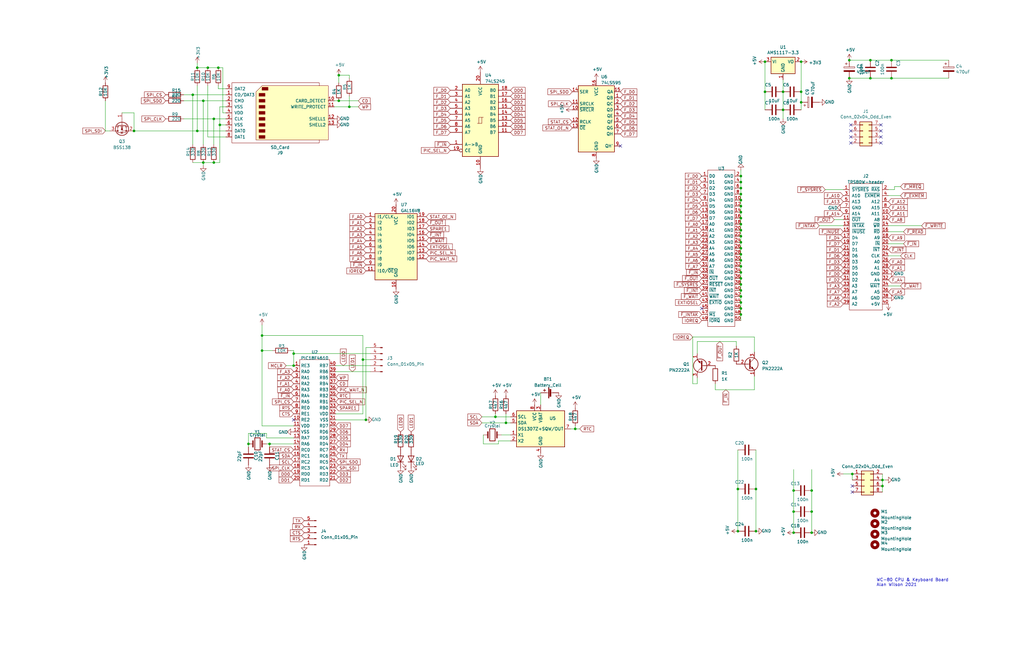
<source format=kicad_sch>
(kicad_sch (version 20230121) (generator eeschema)
  (paper "B")
  (junction (at 90.17 68.58))
  (junction (at 312.42 114.935))
  (junction (at 312.42 107.315))
  (junction (at 104.775 187.325))
  (junction (at 92.71 52.705))
  (junction (at 372.11 202.565))
  (junction (at 330.2 38.735))
  (junction (at 312.42 122.555))
  (junction (at 56.515 55.245))
  (junction (at 318.77 224.155))
  (junction (at 312.42 79.375))
  (junction (at 312.42 117.475))
  (junction (at 154.305 177.165))
  (junction (at 312.42 104.775))
  (junction (at 312.42 92.075))
  (junction (at 110.49 141.605))
  (junction (at 83.185 28.575))
  (junction (at 337.82 43.18))
  (junction (at 147.32 45.085))
  (junction (at 83.185 55.245))
  (junction (at 337.82 26.035))
  (junction (at 359.41 200.025))
  (junction (at 213.36 178.435))
  (junction (at 123.825 149.225))
  (junction (at 312.42 109.855))
  (junction (at 334.645 224.79))
  (junction (at 358.14 33.02))
  (junction (at 375.92 25.4))
  (junction (at 312.42 112.395))
  (junction (at 342.265 215.9))
  (junction (at 312.42 125.095))
  (junction (at 312.42 86.995))
  (junction (at 367.03 33.02))
  (junction (at 322.58 38.735))
  (junction (at 90.17 50.165))
  (junction (at 312.42 120.015))
  (junction (at 318.77 206.375))
  (junction (at 81.28 40.005))
  (junction (at 311.15 224.155))
  (junction (at 312.42 130.175))
  (junction (at 312.42 74.295))
  (junction (at 312.42 102.235))
  (junction (at 85.725 42.545))
  (junction (at 342.265 224.79))
  (junction (at 334.645 207.01))
  (junction (at 342.265 207.01))
  (junction (at 312.42 89.535))
  (junction (at 337.82 38.735))
  (junction (at 123.825 154.305))
  (junction (at 312.42 132.715))
  (junction (at 312.42 99.695))
  (junction (at 312.42 97.155))
  (junction (at 312.42 84.455))
  (junction (at 242.57 180.975))
  (junction (at 208.915 175.895))
  (junction (at 375.92 33.02))
  (junction (at 110.49 147.955))
  (junction (at 372.11 205.105))
  (junction (at 311.15 206.375))
  (junction (at 334.645 215.9))
  (junction (at 312.42 76.835))
  (junction (at 153.035 151.765))
  (junction (at 142.875 42.545))
  (junction (at 358.14 25.4))
  (junction (at 113.665 187.325))
  (junction (at 367.03 25.4))
  (junction (at 312.42 81.915))
  (junction (at 322.58 26.035))
  (junction (at 87.63 28.575))
  (junction (at 330.2 46.355))
  (junction (at 85.725 68.58))
  (junction (at 312.42 127.635))
  (junction (at 142.875 31.75))
  (junction (at 312.42 94.615))
  (junction (at 92.075 28.575))
  (no_connect (at 371.475 57.785))
  (no_connect (at 358.775 60.325))
  (no_connect (at 371.475 60.325))
  (no_connect (at 123.825 177.165))
  (no_connect (at 261.62 61.595))
  (no_connect (at 295.91 130.175))
  (no_connect (at 359.41 205.105))
  (no_connect (at 358.775 57.785))
  (no_connect (at 358.775 55.245))
  (no_connect (at 371.475 52.705))
  (no_connect (at 371.475 55.245))
  (no_connect (at 359.41 207.645))
  (no_connect (at 358.775 52.705))
  (wire (pts (xy 334.645 207.01) (xy 334.645 215.9)))
  (wire (pts (xy 211.455 183.515) (xy 215.265 183.515)))
  (wire (pts (xy 312.42 102.235) (xy 312.42 104.775)))
  (wire (pts (xy 92.075 28.575) (xy 93.98 28.575)))
  (wire (pts (xy 51.435 47.625) (xy 56.515 47.625)))
  (wire (pts (xy 141.605 174.625) (xy 153.035 174.625)))
  (wire (pts (xy 77.47 50.165) (xy 90.17 50.165)))
  (wire (pts (xy 147.32 45.085) (xy 151.13 45.085)))
  (wire (pts (xy 342.265 215.9) (xy 342.265 207.01)))
  (wire (pts (xy 312.42 81.915) (xy 312.42 84.455)))
  (wire (pts (xy 85.725 68.58) (xy 90.17 68.58)))
  (wire (pts (xy 355.6 200.025) (xy 359.41 200.025)))
  (wire (pts (xy 123.825 149.225) (xy 156.21 149.225)))
  (wire (pts (xy 44.45 55.245) (xy 46.355 55.245)))
  (wire (pts (xy 310.515 144.145) (xy 310.515 146.05)))
  (wire (pts (xy 123.825 154.305) (xy 123.825 149.225)))
  (wire (pts (xy 93.98 47.625) (xy 95.25 47.625)))
  (wire (pts (xy 312.42 71.755) (xy 312.42 74.295)))
  (wire (pts (xy 312.42 132.715) (xy 312.42 135.255)))
  (wire (pts (xy 240.665 180.975) (xy 242.57 180.975)))
  (wire (pts (xy 110.49 141.605) (xy 110.49 137.16)))
  (wire (pts (xy 312.42 92.075) (xy 312.42 94.615)))
  (wire (pts (xy 367.03 25.4) (xy 375.92 25.4)))
  (wire (pts (xy 334.645 207.01) (xy 334.645 198.12)))
  (wire (pts (xy 312.42 109.855) (xy 312.42 112.395)))
  (wire (pts (xy 342.265 224.79) (xy 342.265 215.9)))
  (wire (pts (xy 312.42 114.935) (xy 312.42 117.475)))
  (wire (pts (xy 153.035 174.625) (xy 153.035 151.765)))
  (wire (pts (xy 85.725 42.545) (xy 85.725 60.96)))
  (wire (pts (xy 208.915 175.895) (xy 215.265 175.895)))
  (wire (pts (xy 227.965 165.735) (xy 227.965 170.815)))
  (wire (pts (xy 112.395 187.325) (xy 113.665 187.325)))
  (wire (pts (xy 377.19 78.74) (xy 377.19 80.01)))
  (wire (pts (xy 120.65 154.305) (xy 123.825 154.305)))
  (wire (pts (xy 375.92 25.4) (xy 400.05 25.4)))
  (wire (pts (xy 210.185 187.325) (xy 203.835 187.325)))
  (wire (pts (xy 312.42 89.535) (xy 312.42 92.075)))
  (wire (pts (xy 85.725 42.545) (xy 95.25 42.545)))
  (wire (pts (xy 208.915 174.625) (xy 208.915 175.895)))
  (wire (pts (xy 312.42 112.395) (xy 312.42 114.935)))
  (wire (pts (xy 83.185 36.195) (xy 83.185 55.245)))
  (wire (pts (xy 294.005 161.925) (xy 292.1 161.925)))
  (wire (pts (xy 312.42 117.475) (xy 312.42 120.015)))
  (wire (pts (xy 77.47 42.545) (xy 85.725 42.545)))
  (wire (pts (xy 311.15 189.865) (xy 311.15 206.375)))
  (wire (pts (xy 141.605 154.305) (xy 156.21 154.305)))
  (wire (pts (xy 92.71 52.705) (xy 92.71 68.58)))
  (wire (pts (xy 77.47 40.005) (xy 81.28 40.005)))
  (wire (pts (xy 312.42 76.835) (xy 312.42 79.375)))
  (wire (pts (xy 330.2 50.165) (xy 330.2 46.355)))
  (wire (pts (xy 312.42 84.455) (xy 312.42 86.995)))
  (wire (pts (xy 44.45 42.545) (xy 44.45 55.245)))
  (wire (pts (xy 311.15 206.375) (xy 311.15 224.155)))
  (wire (pts (xy 242.57 179.705) (xy 242.57 180.975)))
  (wire (pts (xy 87.63 36.195) (xy 87.63 57.785)))
  (wire (pts (xy 294.005 159.385) (xy 294.005 161.925)))
  (wire (pts (xy 318.77 206.375) (xy 318.77 224.155)))
  (wire (pts (xy 294.005 144.145) (xy 310.515 144.145)))
  (wire (pts (xy 312.42 86.995) (xy 312.42 89.535)))
  (wire (pts (xy 141.605 177.165) (xy 154.305 177.165)))
  (wire (pts (xy 215.265 186.055) (xy 210.185 186.055)))
  (wire (pts (xy 337.82 43.18) (xy 337.82 38.735)))
  (wire (pts (xy 388.62 95.25) (xy 374.65 95.25)))
  (wire (pts (xy 312.42 120.015) (xy 312.42 122.555)))
  (wire (pts (xy 203.2 175.895) (xy 208.915 175.895)))
  (wire (pts (xy 213.36 174.625) (xy 213.36 178.435)))
  (wire (pts (xy 104.775 182.88) (xy 104.775 187.325)))
  (wire (pts (xy 123.825 149.225) (xy 123.825 147.955)))
  (wire (pts (xy 142.875 31.75) (xy 142.875 34.925)))
  (wire (pts (xy 322.58 46.355) (xy 322.58 38.735)))
  (wire (pts (xy 56.515 55.245) (xy 83.185 55.245)))
  (wire (pts (xy 95.25 45.085) (xy 92.71 45.085)))
  (wire (pts (xy 322.58 26.035) (xy 322.58 38.735)))
  (wire (pts (xy 147.32 31.75) (xy 147.32 33.02)))
  (wire (pts (xy 372.11 200.025) (xy 372.11 202.565)))
  (wire (pts (xy 92.71 68.58) (xy 90.17 68.58)))
  (wire (pts (xy 312.42 94.615) (xy 312.42 97.155)))
  (wire (pts (xy 90.17 50.165) (xy 90.17 60.96)))
  (wire (pts (xy 141.605 156.845) (xy 156.21 156.845)))
  (wire (pts (xy 377.19 80.01) (xy 374.65 80.01)))
  (wire (pts (xy 292.1 142.24) (xy 318.135 142.24)))
  (wire (pts (xy 337.82 46.355) (xy 337.82 43.18)))
  (wire (pts (xy 312.42 74.295) (xy 312.42 76.835)))
  (wire (pts (xy 123.825 179.705) (xy 110.49 179.705)))
  (wire (pts (xy 312.42 97.155) (xy 312.42 99.695)))
  (wire (pts (xy 367.03 33.02) (xy 375.92 33.02)))
  (wire (pts (xy 154.305 146.685) (xy 156.21 146.685)))
  (wire (pts (xy 95.25 57.785) (xy 87.63 57.785)))
  (wire (pts (xy 292.1 161.925) (xy 292.1 142.24)))
  (wire (pts (xy 312.42 79.375) (xy 312.42 81.915)))
  (wire (pts (xy 92.075 37.465) (xy 92.075 36.195)))
  (wire (pts (xy 318.135 142.24) (xy 318.135 148.59)))
  (wire (pts (xy 203.835 187.325) (xy 203.835 183.515)))
  (wire (pts (xy 318.77 189.865) (xy 318.77 206.375)))
  (wire (pts (xy 347.98 80.01) (xy 355.6 80.01)))
  (wire (pts (xy 153.035 151.765) (xy 153.035 141.605)))
  (wire (pts (xy 95.25 37.465) (xy 92.075 37.465)))
  (wire (pts (xy 312.42 125.095) (xy 312.42 127.635)))
  (wire (pts (xy 142.875 42.545) (xy 151.13 42.545)))
  (wire (pts (xy 342.265 207.01) (xy 342.265 198.12)))
  (wire (pts (xy 213.36 178.435) (xy 215.265 178.435)))
  (wire (pts (xy 318.135 158.75) (xy 318.135 164.465)))
  (wire (pts (xy 334.645 215.9) (xy 334.645 224.79)))
  (wire (pts (xy 113.665 187.325) (xy 113.665 188.595)))
  (wire (pts (xy 312.42 99.695) (xy 312.42 102.235)))
  (wire (pts (xy 123.825 147.955) (xy 122.555 147.955)))
  (wire (pts (xy 301.625 164.465) (xy 301.625 161.925)))
  (wire (pts (xy 154.305 177.165) (xy 154.305 146.685)))
  (wire (pts (xy 379.73 107.95) (xy 374.65 107.95)))
  (wire (pts (xy 318.135 164.465) (xy 301.625 164.465)))
  (wire (pts (xy 83.185 28.575) (xy 87.63 28.575)))
  (wire (pts (xy 358.14 33.02) (xy 367.03 33.02)))
  (wire (pts (xy 83.185 55.245) (xy 95.25 55.245)))
  (wire (pts (xy 140.97 42.545) (xy 142.875 42.545)))
  (wire (pts (xy 337.82 38.735) (xy 337.82 26.035)))
  (wire (pts (xy 153.035 141.605) (xy 110.49 141.605)))
  (wire (pts (xy 153.035 151.765) (xy 156.21 151.765)))
  (wire (pts (xy 113.665 187.325) (xy 123.825 187.325)))
  (wire (pts (xy 140.97 45.085) (xy 147.32 45.085)))
  (wire (pts (xy 85.725 68.58) (xy 85.725 69.85)))
  (wire (pts (xy 312.42 130.175) (xy 312.42 132.715)))
  (wire (pts (xy 374.65 97.79) (xy 381 97.79)))
  (wire (pts (xy 379.73 78.74) (xy 377.19 78.74)))
  (wire (pts (xy 379.73 120.65) (xy 374.65 120.65)))
  (wire (pts (xy 242.57 180.975) (xy 244.475 180.975)))
  (wire (pts (xy 87.63 28.575) (xy 92.075 28.575)))
  (wire (pts (xy 56.515 47.625) (xy 56.515 55.245)))
  (wire (pts (xy 147.32 40.64) (xy 147.32 45.085)))
  (wire (pts (xy 375.92 33.02) (xy 400.05 33.02)))
  (wire (pts (xy 92.71 52.705) (xy 95.25 52.705)))
  (wire (pts (xy 351.79 92.71) (xy 355.6 92.71)))
  (wire (pts (xy 379.73 82.55) (xy 374.65 82.55)))
  (wire (pts (xy 373.38 202.565) (xy 372.11 202.565)))
  (wire (pts (xy 123.825 184.785) (xy 112.395 184.785)))
  (wire (pts (xy 359.41 202.565) (xy 359.41 200.025)))
  (wire (pts (xy 374.65 102.87) (xy 381 102.87)))
  (wire (pts (xy 330.2 33.655) (xy 330.2 38.735)))
  (wire (pts (xy 114.935 147.955) (xy 110.49 147.955)))
  (wire (pts (xy 110.49 179.705) (xy 110.49 147.955)))
  (wire (pts (xy 210.185 186.055) (xy 210.185 187.325)))
  (wire (pts (xy 312.42 127.635) (xy 312.42 130.175)))
  (wire (pts (xy 81.28 40.005) (xy 95.25 40.005)))
  (wire (pts (xy 312.42 107.315) (xy 312.42 109.855)))
  (wire (pts (xy 110.49 147.955) (xy 110.49 141.605)))
  (wire (pts (xy 81.28 40.005) (xy 81.28 60.96)))
  (wire (pts (xy 112.395 182.88) (xy 104.775 182.88)))
  (wire (pts (xy 312.42 122.555) (xy 312.42 125.095)))
  (wire (pts (xy 104.775 187.325) (xy 104.775 188.595)))
  (wire (pts (xy 142.875 31.75) (xy 147.32 31.75)))
  (wire (pts (xy 93.98 28.575) (xy 93.98 47.625)))
  (wire (pts (xy 92.71 45.085) (xy 92.71 52.705)))
  (wire (pts (xy 112.395 184.785) (xy 112.395 182.88)))
  (wire (pts (xy 81.28 68.58) (xy 85.725 68.58)))
  (wire (pts (xy 294.005 149.225) (xy 294.005 144.145)))
  (wire (pts (xy 358.14 25.4) (xy 367.03 25.4)))
  (wire (pts (xy 83.185 26.67) (xy 83.185 28.575)))
  (wire (pts (xy 90.17 50.165) (xy 95.25 50.165)))
  (wire (pts (xy 312.42 104.775) (xy 312.42 107.315)))
  (wire (pts (xy 345.44 95.25) (xy 355.6 95.25)))
  (wire (pts (xy 372.11 202.565) (xy 372.11 205.105)))
  (wire (pts (xy 372.11 205.105) (xy 372.11 207.645)))
  (wire (pts (xy 330.2 38.735) (xy 330.2 46.355)))
  (wire (pts (xy 203.2 178.435) (xy 213.36 178.435)))
  (text "WC-80 CPU & Keyboard Board\nAlan Wilson 2021" (at 369.57 247.65 0) (effects (font (size 1.27 1.27)) (justify left bottom)))
  (global_label "F_A12" (shape input) (at 374.65 85.09 0) (property "Intersheetrefs" "${INTERSHEET_REFS}" (effects hide)))
  (global_label "~{F_IN}" (shape input) (at 154.305 111.76 180) (property "Intersheetrefs" "${INTERSHEET_REFS}" (effects hide)))
  (global_label "CTS" (shape input) (at 123.825 174.625 180) (property "Intersheetrefs" "${INTERSHEET_REFS}" (effects hide)))
  (global_label "F_D5" (shape input) (at 295.91 86.995 180) (property "Intersheetrefs" "${INTERSHEET_REFS}" (effects hide)))
  (global_label "~{F_INT}" (shape input) (at 374.65 105.41 0) (property "Intersheetrefs" "${INTERSHEET_REFS}" (effects hide)))
  (global_label "DD2" (shape input) (at 141.605 202.565 0) (property "Intersheetrefs" "${INTERSHEET_REFS}" (effects hide)))
  (global_label "~{F_SYSRES}" (shape input) (at 347.98 80.01 180) (property "Intersheetrefs" "${INTERSHEET_REFS}" (effects hide)))
  (global_label "F_D4" (shape input) (at 295.91 84.455 180) (property "Intersheetrefs" "${INTERSHEET_REFS}" (effects hide)))
  (global_label "~{F_READ}" (shape input) (at 381 97.79 0) (property "Intersheetrefs" "${INTERSHEET_REFS}" (effects hide)))
  (global_label "~{F_OUT}" (shape input) (at 295.91 117.475 180) (property "Intersheetrefs" "${INTERSHEET_REFS}" (effects hide)))
  (global_label "SCL" (shape input) (at 123.825 194.945 180) (property "Intersheetrefs" "${INTERSHEET_REFS}" (effects hide)))
  (global_label "F_D5" (shape input) (at 261.62 51.435 0) (property "Intersheetrefs" "${INTERSHEET_REFS}" (effects hide)))
  (global_label "DD3" (shape input) (at 141.605 200.025 0) (property "Intersheetrefs" "${INTERSHEET_REFS}" (effects hide)))
  (global_label "MCLR" (shape input) (at 120.65 154.305 180) (property "Intersheetrefs" "${INTERSHEET_REFS}" (effects hide)))
  (global_label "~{F_IN}" (shape input) (at 189.865 60.96 180) (property "Intersheetrefs" "${INTERSHEET_REFS}" (effects hide)))
  (global_label "PIC_SEL_N" (shape input) (at 189.865 63.5 180) (property "Intersheetrefs" "${INTERSHEET_REFS}" (effects hide)))
  (global_label "SPI_SDI" (shape input) (at 141.605 197.485 0) (property "Intersheetrefs" "${INTERSHEET_REFS}" (effects hide)))
  (global_label "F_A6" (shape input) (at 154.305 106.68 180) (property "Intersheetrefs" "${INTERSHEET_REFS}" (effects hide)))
  (global_label "F_A7" (shape input) (at 355.6 123.19 180) (property "Intersheetrefs" "${INTERSHEET_REFS}" (effects hide)))
  (global_label "F_A8" (shape input) (at 374.65 92.71 0) (property "Intersheetrefs" "${INTERSHEET_REFS}" (effects hide)))
  (global_label "F_A3" (shape input) (at 355.6 120.65 180) (property "Intersheetrefs" "${INTERSHEET_REFS}" (effects hide)))
  (global_label "DD0" (shape input) (at 215.265 38.1 0) (property "Intersheetrefs" "${INTERSHEET_REFS}" (effects hide)))
  (global_label "F_A9" (shape input) (at 374.65 100.33 0) (property "Intersheetrefs" "${INTERSHEET_REFS}" (effects hide)))
  (global_label "F_D6" (shape input) (at 355.6 107.95 180) (property "Intersheetrefs" "${INTERSHEET_REFS}" (effects hide)))
  (global_label "F_A1" (shape input) (at 374.65 113.03 0) (property "Intersheetrefs" "${INTERSHEET_REFS}" (effects hide)))
  (global_label "PIC_WAIT_N" (shape input) (at 141.605 164.465 0) (property "Intersheetrefs" "${INTERSHEET_REFS}" (effects hide)))
  (global_label "F_A6" (shape input) (at 355.6 125.73 180) (property "Intersheetrefs" "${INTERSHEET_REFS}" (effects hide)))
  (global_label "F_D3" (shape input) (at 295.91 81.915 180) (property "Intersheetrefs" "${INTERSHEET_REFS}" (effects hide)))
  (global_label "~{F_WAIT}" (shape input) (at 295.91 125.095 180) (property "Intersheetrefs" "${INTERSHEET_REFS}" (effects hide)))
  (global_label "F_D1" (shape input) (at 295.91 76.835 180) (property "Intersheetrefs" "${INTERSHEET_REFS}" (effects hide)))
  (global_label "~{F_OUT}" (shape input) (at 351.79 92.71 180) (property "Intersheetrefs" "${INTERSHEET_REFS}" (effects hide)))
  (global_label "F_D7" (shape input) (at 189.865 55.88 180) (property "Intersheetrefs" "${INTERSHEET_REFS}" (effects hide)))
  (global_label "F_A15" (shape input) (at 374.65 87.63 0) (property "Intersheetrefs" "${INTERSHEET_REFS}" (effects hide)))
  (global_label "CD" (shape input) (at 141.605 161.925 0) (property "Intersheetrefs" "${INTERSHEET_REFS}" (effects hide)))
  (global_label "RTC" (shape input) (at 244.475 180.975 0) (property "Intersheetrefs" "${INTERSHEET_REFS}" (effects hide)))
  (global_label "STAT_CS" (shape input) (at 241.3 51.435 180) (property "Intersheetrefs" "${INTERSHEET_REFS}" (effects hide)))
  (global_label "F_A7" (shape input) (at 154.305 109.22 180) (property "Intersheetrefs" "${INTERSHEET_REFS}" (effects hide)))
  (global_label "F_D3" (shape input) (at 189.865 45.72 180) (property "Intersheetrefs" "${INTERSHEET_REFS}" (effects hide)))
  (global_label "F_A0" (shape input) (at 374.65 110.49 0) (property "Intersheetrefs" "${INTERSHEET_REFS}" (effects hide)))
  (global_label "DD3" (shape input) (at 215.265 45.72 0) (property "Intersheetrefs" "${INTERSHEET_REFS}" (effects hide)))
  (global_label "DD6" (shape input) (at 141.605 182.245 0) (property "Intersheetrefs" "${INTERSHEET_REFS}" (effects hide)))
  (global_label "SPI_SDO" (shape input) (at 241.3 38.735 180) (property "Intersheetrefs" "${INTERSHEET_REFS}" (effects hide)))
  (global_label "STAT_OE_N" (shape input) (at 179.705 91.44 0) (property "Intersheetrefs" "${INTERSHEET_REFS}" (effects hide)))
  (global_label "F_A5" (shape input) (at 154.305 104.14 180) (property "Intersheetrefs" "${INTERSHEET_REFS}" (effects hide)))
  (global_label "F_A4" (shape input) (at 295.91 104.775 180) (property "Intersheetrefs" "${INTERSHEET_REFS}" (effects hide)))
  (global_label "SDA" (shape input) (at 203.2 178.435 180) (property "Intersheetrefs" "${INTERSHEET_REFS}" (effects hide)))
  (global_label "PIC_WAIT_N" (shape input) (at 179.705 109.22 0) (property "Intersheetrefs" "${INTERSHEET_REFS}" (effects hide)))
  (global_label "F_A3" (shape input) (at 154.305 99.06 180) (property "Intersheetrefs" "${INTERSHEET_REFS}" (effects hide)))
  (global_label "DD0" (shape input) (at 123.825 200.025 180) (property "Intersheetrefs" "${INTERSHEET_REFS}" (effects hide)))
  (global_label "SPI_SDO" (shape input) (at 141.605 194.945 0) (property "Intersheetrefs" "${INTERSHEET_REFS}" (effects hide)))
  (global_label "DD4" (shape input) (at 141.605 187.325 0) (property "Intersheetrefs" "${INTERSHEET_REFS}" (effects hide)))
  (global_label "EXTIOSEL" (shape input) (at 295.91 127.635 180) (property "Intersheetrefs" "${INTERSHEET_REFS}" (effects hide)))
  (global_label "F_D0" (shape input) (at 261.62 38.735 0) (property "Intersheetrefs" "${INTERSHEET_REFS}" (effects hide)))
  (global_label "DD6" (shape input) (at 215.265 53.34 0) (property "Intersheetrefs" "${INTERSHEET_REFS}" (effects hide)))
  (global_label "F_D6" (shape input) (at 189.865 53.34 180) (property "Intersheetrefs" "${INTERSHEET_REFS}" (effects hide)))
  (global_label "F_D4" (shape input) (at 189.865 48.26 180) (property "Intersheetrefs" "${INTERSHEET_REFS}" (effects hide)))
  (global_label "DD1" (shape input) (at 123.825 202.565 180) (property "Intersheetrefs" "${INTERSHEET_REFS}" (effects hide)))
  (global_label "F_A3" (shape input) (at 295.91 102.235 180) (property "Intersheetrefs" "${INTERSHEET_REFS}" (effects hide)))
  (global_label "F_D5" (shape input) (at 189.865 50.8 180) (property "Intersheetrefs" "${INTERSHEET_REFS}" (effects hide)))
  (global_label "~{F_INTAK}" (shape input) (at 295.91 132.715 180) (property "Intersheetrefs" "${INTERSHEET_REFS}" (effects hide)))
  (global_label "LED1" (shape input) (at 148.59 156.845 90) (property "Intersheetrefs" "${INTERSHEET_REFS}" (effects hide)))
  (global_label "F_D3" (shape input) (at 261.62 46.355 0) (property "Intersheetrefs" "${INTERSHEET_REFS}" (effects hide)))
  (global_label "F_D2" (shape input) (at 261.62 43.815 0) (property "Intersheetrefs" "${INTERSHEET_REFS}" (effects hide)))
  (global_label "STAT_OE_N" (shape input) (at 241.3 53.975 180) (property "Intersheetrefs" "${INTERSHEET_REFS}" (effects hide)))
  (global_label "F_A1" (shape input) (at 154.305 93.98 180) (property "Intersheetrefs" "${INTERSHEET_REFS}" (effects hide)))
  (global_label "F_D1" (shape input) (at 355.6 105.41 180) (property "Intersheetrefs" "${INTERSHEET_REFS}" (effects hide)))
  (global_label "SPI_CLK" (shape input) (at 123.825 197.485 180) (property "Intersheetrefs" "${INTERSHEET_REFS}" (effects hide)))
  (global_label "~{F_IN}" (shape input) (at 381 102.87 0) (property "Intersheetrefs" "${INTERSHEET_REFS}" (effects hide)))
  (global_label "SPI_CS" (shape input) (at 123.825 169.545 180) (property "Intersheetrefs" "${INTERSHEET_REFS}" (effects hide)))
  (global_label "CLK" (shape input) (at 379.73 107.95 0) (property "Intersheetrefs" "${INTERSHEET_REFS}" (effects hide)))
  (global_label "F_A13" (shape input) (at 355.6 85.09 180) (property "Intersheetrefs" "${INTERSHEET_REFS}" (effects hide)))
  (global_label "F_A5" (shape input) (at 374.65 123.19 0) (property "Intersheetrefs" "${INTERSHEET_REFS}" (effects hide)))
  (global_label "DD7" (shape input) (at 215.265 55.88 0) (property "Intersheetrefs" "${INTERSHEET_REFS}" (effects hide)))
  (global_label "DD1" (shape input) (at 215.265 40.64 0) (property "Intersheetrefs" "${INTERSHEET_REFS}" (effects hide)))
  (global_label "CD" (shape input) (at 151.13 42.545 0) (property "Intersheetrefs" "${INTERSHEET_REFS}" (effects hide)))
  (global_label "F_D5" (shape input) (at 355.6 113.03 180) (property "Intersheetrefs" "${INTERSHEET_REFS}" (effects hide)))
  (global_label "RTS" (shape input) (at 123.825 172.085 180) (property "Intersheetrefs" "${INTERSHEET_REFS}" (effects hide)))
  (global_label "DD5" (shape input) (at 141.605 184.785 0) (property "Intersheetrefs" "${INTERSHEET_REFS}" (effects hide)))
  (global_label "F_A2" (shape input) (at 295.91 99.695 180) (property "Intersheetrefs" "${INTERSHEET_REFS}" (effects hide)))
  (global_label "F_D4" (shape input) (at 261.62 48.895 0) (property "Intersheetrefs" "${INTERSHEET_REFS}" (effects hide)))
  (global_label "~{F_IN}" (shape input) (at 295.91 114.935 180) (property "Intersheetrefs" "${INTERSHEET_REFS}" (effects hide)))
  (global_label "~{F_SYSRES}" (shape input) (at 295.91 120.015 180) (property "Intersheetrefs" "${INTERSHEET_REFS}" (effects hide)))
  (global_label "F_A6" (shape input) (at 295.91 109.855 180) (property "Intersheetrefs" "${INTERSHEET_REFS}" (effects hide)))
  (global_label "SPARE1" (shape input) (at 141.605 172.085 0) (property "Intersheetrefs" "${INTERSHEET_REFS}" (effects hide)))
  (global_label "F_A4" (shape input) (at 154.305 101.6 180) (property "Intersheetrefs" "${INTERSHEET_REFS}" (effects hide)))
  (global_label "F_A7" (shape input) (at 295.91 112.395 180) (property "Intersheetrefs" "${INTERSHEET_REFS}" (effects hide)))
  (global_label "F_D1" (shape input) (at 261.62 41.275 0) (property "Intersheetrefs" "${INTERSHEET_REFS}" (effects hide)))
  (global_label "RTS" (shape input) (at 128.27 227.33 180) (property "Intersheetrefs" "${INTERSHEET_REFS}" (effects hide)))
  (global_label "~{F_IN}" (shape input) (at 123.825 167.005 180) (property "Intersheetrefs" "${INTERSHEET_REFS}" (effects hide)))
  (global_label "SDA" (shape input) (at 123.825 192.405 180) (property "Intersheetrefs" "${INTERSHEET_REFS}" (effects hide)))
  (global_label "~{F_WAIT}" (shape input) (at 179.705 101.6 0) (property "Intersheetrefs" "${INTERSHEET_REFS}" (effects hide)))
  (global_label "F_D2" (shape input) (at 189.865 43.18 180) (property "Intersheetrefs" "${INTERSHEET_REFS}" (effects hide)))
  (global_label "LED0" (shape input) (at 144.78 154.305 90) (property "Intersheetrefs" "${INTERSHEET_REFS}" (effects hide)))
  (global_label "DD2" (shape input) (at 215.265 43.18 0) (property "Intersheetrefs" "${INTERSHEET_REFS}" (effects hide)))
  (global_label "F_D4" (shape input) (at 355.6 100.33 180) (property "Intersheetrefs" "${INTERSHEET_REFS}" (effects hide)))
  (global_label "F_D3" (shape input) (at 355.6 110.49 180) (property "Intersheetrefs" "${INTERSHEET_REFS}" (effects hide)))
  (global_label "F_D2" (shape input) (at 295.91 79.375 180) (property "Intersheetrefs" "${INTERSHEET_REFS}" (effects hide)))
  (global_label "~{F_EXMEM}" (shape input) (at 379.73 82.55 0) (property "Intersheetrefs" "${INTERSHEET_REFS}" (effects hide)))
  (global_label "F_D6" (shape input) (at 261.62 53.975 0) (property "Intersheetrefs" "${INTERSHEET_REFS}" (effects hide)))
  (global_label "~{F_OUT}" (shape input) (at 179.705 93.98 0) (property "Intersheetrefs" "${INTERSHEET_REFS}" (effects hide)))
  (global_label "SPI_SDO" (shape input) (at 69.85 42.545 180) (property "Intersheetrefs" "${INTERSHEET_REFS}" (effects hide)))
  (global_label "DD4" (shape input) (at 215.265 48.26 0) (property "Intersheetrefs" "${INTERSHEET_REFS}" (effects hide)))
  (global_label "F_D2" (shape input) (at 355.6 118.11 180) (property "Intersheetrefs" "${INTERSHEET_REFS}" (effects hide)))
  (global_label "DD7" (shape input) (at 141.605 179.705 0) (property "Intersheetrefs" "${INTERSHEET_REFS}" (effects hide)))
  (global_label "F_D7" (shape input) (at 261.62 56.515 0) (property "Intersheetrefs" "${INTERSHEET_REFS}" (effects hide)))
  (global_label "~{F_IN}" (shape input) (at 306.07 164.465 270) (property "Intersheetrefs" "${INTERSHEET_REFS}" (effects hide)))
  (global_label "STAT_CS" (shape input) (at 123.825 189.865 180) (property "Intersheetrefs" "${INTERSHEET_REFS}" (effects hide)))
  (global_label "LED0" (shape input) (at 168.91 182.245 90) (property "Intersheetrefs" "${INTERSHEET_REFS}" (effects hide)))
  (global_label "SPI_SDI" (shape input) (at 44.45 55.245 180) (property "Intersheetrefs" "${INTERSHEET_REFS}" (effects hide)))
  (global_label "TX" (shape input) (at 128.27 219.71 180) (property "Intersheetrefs" "${INTERSHEET_REFS}" (effects hide)))
  (global_label "IOREQ" (shape input) (at 295.91 135.255 180) (property "Intersheetrefs" "${INTERSHEET_REFS}" (effects hide)))
  (global_label "IOREQ" (shape input) (at 292.1 142.24 180) (property "Intersheetrefs" "${INTERSHEET_REFS}" (effects hide)))
  (global_label "F_A3" (shape input) (at 123.825 156.845 180) (property "Intersheetrefs" "${INTERSHEET_REFS}" (effects hide)))
  (global_label "DD5" (shape input) (at 215.265 50.8 0) (property "Intersheetrefs" "${INTERSHEET_REFS}" (effects hide)))
  (global_label "F_D6" (shape input) (at 295.91 89.535 180) (property "Intersheetrefs" "${INTERSHEET_REFS}" (effects hide)))
  (global_label "~{F_WAIT}" (shape input) (at 379.73 120.65 0) (property "Intersheetrefs" "${INTERSHEET_REFS}" (effects hide)))
  (global_label "~{F_OUT}" (shape input) (at 303.53 144.145 270) (property "Intersheetrefs" "${INTERSHEET_REFS}" (effects hide)))
  (global_label "WP" (shape input) (at 151.13 45.085 0) (property "Intersheetrefs" "${INTERSHEET_REFS}" (effects hide)))
  (global_label "F_A2" (shape input) (at 123.825 159.385 180) (property "Intersheetrefs" "${INTERSHEET_REFS}" (effects hide)))
  (global_label "F_A1" (shape input) (at 123.825 161.925 180) (property "Intersheetrefs" "${INTERSHEET_REFS}" (effects hide)))
  (global_label "F_A10" (shape input) (at 355.6 82.55 180) (property "Intersheetrefs" "${INTERSHEET_REFS}" (effects hide)))
  (global_label "F_D0" (shape input) (at 355.6 115.57 180) (property "Intersheetrefs" "${INTERSHEET_REFS}" (effects hide)))
  (global_label "F_A4" (shape input) (at 374.65 118.11 0) (property "Intersheetrefs" "${INTERSHEET_REFS}" (effects hide)))
  (global_label "CTS" (shape input) (at 128.27 224.79 180) (property "Intersheetrefs" "${INTERSHEET_REFS}" (effects hide)))
  (global_label "SPI_CLK" (shape input) (at 241.3 43.815 180) (property "Intersheetrefs" "${INTERSHEET_REFS}" (effects hide)))
  (global_label "F_A11" (shape input) (at 374.65 90.17 0) (property "Intersheetrefs" "${INTERSHEET_REFS}" (effects hide)))
  (global_label "LED1" (shape input) (at 173.355 182.245 90) (property "Intersheetrefs" "${INTERSHEET_REFS}" (effects hide)))
  (global_label "RX" (shape input) (at 128.27 222.25 180) (property "Intersheetrefs" "${INTERSHEET_REFS}" (effects hide)))
  (global_label "~{F_INT}" (shape input) (at 295.91 122.555 180) (property "Intersheetrefs" "${INTERSHEET_REFS}" (effects hide)))
  (global_label "SPARE1" (shape input) (at 179.705 96.52 0) (property "Intersheetrefs" "${INTERSHEET_REFS}" (effects hide)))
  (global_label "~{F_INUSE}" (shape input) (at 355.6 97.79 180) (property "Intersheetrefs" "${INTERSHEET_REFS}" (effects hide)))
  (global_label "F_A0" (shape input) (at 295.91 94.615 180) (property "Intersheetrefs" "${INTERSHEET_REFS}" (effects hide)))
  (global_label "F_D7" (shape input) (at 295.91 92.075 180) (property "Intersheetrefs" "${INTERSHEET_REFS}" (effects hide)))
  (global_label "WP" (shape input) (at 141.605 159.385 0) (property "Intersheetrefs" "${INTERSHEET_REFS}" (effects hide)))
  (global_label "PIC_SEL_N" (shape input) (at 179.705 106.68 0) (property "Intersheetrefs" "${INTERSHEET_REFS}" (effects hide)))
  (global_label "SPI_CS" (shape input) (at 69.85 40.005 180) (property "Intersheetrefs" "${INTERSHEET_REFS}" (effects hide)))
  (global_label "F_D7" (shape input) (at 355.6 102.87 180) (property "Intersheetrefs" "${INTERSHEET_REFS}" (effects hide)))
  (global_label "~{F_INT}" (shape input) (at 179.705 99.06 0) (property "Intersheetrefs" "${INTERSHEET_REFS}" (effects hide)))
  (global_label "IOREQ" (shape input) (at 154.305 114.3 180) (property "Intersheetrefs" "${INTERSHEET_REFS}" (effects hide)))
  (global_label "EXTIOSEL" (shape input) (at 179.705 104.14 0) (property "Intersheetrefs" "${INTERSHEET_REFS}" (effects hide)))
  (global_label "F_A2" (shape input) (at 355.6 128.27 180) (property "Intersheetrefs" "${INTERSHEET_REFS}" (effects hide)))
  (global_label "PIC_SEL_N" (shape input) (at 141.605 169.545 0) (property "Intersheetrefs" "${INTERSHEET_REFS}" (effects hide)))
  (global_label "~{F_INTAK}" (shape input) (at 345.44 95.25 180) (property "Intersheetrefs" "${INTERSHEET_REFS}" (effects hide)))
  (global_label "F_D0" (shape input) (at 189.865 38.1 180) (property "Intersheetrefs" "${INTERSHEET_REFS}" (effects hide)))
  (global_label "F_D0" (shape input) (at 295.91 74.295 180) (property "Intersheetrefs" "${INTERSHEET_REFS}" (effects hide)))
  (global_label "F_A0" (shape input) (at 154.305 91.44 180) (property "Intersheetrefs" "${INTERSHEET_REFS}" (effects hide)))
  (global_label "F_A14" (shape input) (at 355.6 90.17 180) (property "Intersheetrefs" "${INTERSHEET_REFS}" (effects hide)))
  (global_label "F_A1" (shape input) (at 295.91 97.155 180) (property "Intersheetrefs" "${INTERSHEET_REFS}" (effects hide)))
  (global_label "SPI_CLK" (shape input) (at 69.85 50.165 180) (property "Intersheetrefs" "${INTERSHEET_REFS}" (effects hide)))
  (global_label "F_A0" (shape input) (at 123.825 164.465 180) (property "Intersheetrefs" "${INTERSHEET_REFS}" (effects hide)))
  (global_label "~{F_MREQ}" (shape input) (at 379.73 78.74 0) (property "Intersheetrefs" "${INTERSHEET_REFS}" (effects hide)))
  (global_label "F_A5" (shape input) (at 295.91 107.315 180) (property "Intersheetrefs" "${INTERSHEET_REFS}" (effects hide)))
  (global_label "RTC" (shape input) (at 141.605 167.005 0) (property "Intersheetrefs" "${INTERSHEET_REFS}" (effects hide)))
  (global_label "SCL" (shape input) (at 203.2 175.895 180) (property "Intersheetrefs" "${INTERSHEET_REFS}" (effects hide)))
  (global_label "~{F_WRITE}" (shape input) (at 388.62 95.25 0) (property "Intersheetrefs" "${INTERSHEET_REFS}" (effects hide)))
  (global_label "F_A2" (shape input) (at 154.305 96.52 180) (property "Intersheetrefs" "${INTERSHEET_REFS}" (effects hide)))
  (global_label "RX" (shape input) (at 141.605 189.865 0) (property "Intersheetrefs" "${INTERSHEET_REFS}" (effects hide)))
  (global_label "TX" (shape input) (at 141.605 192.405 0) (property "Intersheetrefs" "${INTERSHEET_REFS}" (effects hide)))
  (global_label "F_D1" (shape input) (at 189.865 40.64 180) (property "Intersheetrefs" "${INTERSHEET_REFS}" (effects hide)))
  (symbol (lib_id "power:GND") (at 374.65 125.73 90) (unit 1)
    (property "Reference" "#PWR028" (effects hide))
    (property "Value" "GND" (at 379.0442 125.603 90))
  )
  (symbol (lib_id "power:+5V") (at 374.65 128.27 180) (unit 1)
    (property "Reference" "#PWR029" (effects hide))
    (property "Value" "+5V" (at 374.269 132.6642 0))
  )
  (symbol (lib_id "power:GND") (at 374.65 115.57 90) (unit 1)
    (property "Reference" "#PWR023" (effects hide))
    (property "Value" "GND" (at 379.0442 115.443 90))
  )
  (symbol (lib_id "power:GND") (at 355.6 87.63 270) (unit 1)
    (property "Reference" "#PWR014" (effects hide))
    (property "Value" "GND" (at 351.2058 87.757 90))
  )
  (symbol (lib_id "power:+5V") (at 358.14 25.4 0) (unit 1)
    (property "Reference" "#PWR01" (effects hide))
    (property "Value" "+5V" (at 358.521 21.0058 0))
  )
  (symbol (lib_id "power:GND") (at 358.14 33.02 0) (unit 1)
    (property "Reference" "#PWR02" (effects hide))
    (property "Value" "GND" (at 358.267 37.4142 90))
  )
  (symbol (lib_id "Connector_Generic:Conn_02x04_Odd_Even") (at 364.49 202.565 0) (unit 1)
    (property "Reference" "J5" (effects hide))
    (property "Value" "Conn_02x04_Odd_Even" (at 365.76 196.8246 0))
    (property "Footprint" "Connector_PinHeader_2.54mm:PinHeader_2x04_P2.54mm_Vertical" (effects hide))
  )
  (symbol (lib_id "Connector_Generic:Conn_02x04_Odd_Even") (at 366.395 57.785 180) (unit 1)
    (property "Reference" "J1" (at 365.125 46.99 0))
    (property "Value" "Conn_02x04_Odd_Even" (at 365.125 49.3014 0))
    (property "Footprint" "Connector_PinHeader_2.54mm:PinHeader_2x04_P2.54mm_Vertical" (effects hide))
  )
  (symbol (lib_id "power:GND") (at 373.38 202.565 90) (unit 1)
    (property "Reference" "#PWR058" (effects hide))
    (property "Value" "GND" (at 377.7742 202.438 90))
  )
  (symbol (lib_id "power:+5V") (at 355.6 200.025 90) (unit 1)
    (property "Reference" "#PWR056" (effects hide))
    (property "Value" "+5V" (at 351.2058 199.644 0))
  )
  (symbol (lib_id "Device:C_Polarized") (at 358.14 29.21 0) (unit 1)
    (property "Reference" "C1" (at 361.1372 28.0416 0) (effects (justify left)))
    (property "Value" "470uF" (at 361.1372 30.353 0) (effects (justify left)))
    (property "Footprint" "Capacitor_THT:CP_Radial_D8.0mm_P3.50mm" (effects hide))
  )
  (symbol (lib_id "Device:C_Polarized") (at 400.05 29.21 0) (unit 1)
    (property "Reference" "C4" (at 403.0472 28.0416 0) (effects (justify left)))
    (property "Value" "470uF" (at 403.0472 30.353 0) (effects (justify left)))
    (property "Footprint" "Capacitor_THT:CP_Radial_D8.0mm_P3.50mm" (effects hide))
  )
  (symbol (lib_id "Device:C") (at 375.92 29.21 0) (unit 1)
    (property "Reference" "C3" (at 378.841 28.0416 90) (effects (justify left)))
    (property "Value" "100n" (at 372.11 31.75 90) (effects (justify left)))
    (property "Footprint" "Capacitor_SMD:C_0805_2012Metric" (effects hide))
  )
  (symbol (lib_id "Device:C") (at 367.03 29.21 0) (unit 1)
    (property "Reference" "C2" (at 369.951 28.0416 90) (effects (justify left)))
    (property "Value" "100n" (at 363.22 31.75 90) (effects (justify left)))
    (property "Footprint" "Capacitor_SMD:C_0805_2012Metric" (effects hide))
  )
  (symbol (lib_id "Device:C") (at 338.455 224.79 90) (unit 1)
    (property "Reference" "C18" (at 337.2866 221.869 90) (effects (justify left)))
    (property "Value" "100n" (at 340.995 228.6 90) (effects (justify left)))
    (property "Footprint" "Capacitor_SMD:C_0805_2012Metric" (effects hide))
  )
  (symbol (lib_id "power:+5V") (at 334.645 224.79 90) (unit 1)
    (property "Reference" "#PWR064" (effects hide))
    (property "Value" "+5V" (at 330.2508 224.409 0))
  )
  (symbol (lib_id "power:GND") (at 342.265 224.79 90) (unit 1)
    (property "Reference" "#PWR065" (effects hide))
    (property "Value" "GND" (at 346.6592 224.663 90))
  )
  (symbol (lib_id "Device:C") (at 338.455 215.9 90) (unit 1)
    (property "Reference" "C14" (at 337.2866 212.979 90) (effects (justify left)))
    (property "Value" "100n" (at 340.995 219.71 90) (effects (justify left)))
    (property "Footprint" "Capacitor_SMD:C_0805_2012Metric" (effects hide))
  )
  (symbol (lib_id "Device:C") (at 338.455 207.01 90) (unit 1)
    (property "Reference" "C13" (at 337.2866 204.089 90) (effects (justify left)))
    (property "Value" "100n" (at 340.995 210.82 90) (effects (justify left)))
    (property "Footprint" "Capacitor_SMD:C_0805_2012Metric" (effects hide))
  )
  (symbol (lib_id "Regulator_Linear:AMS1117-3.3") (at 330.2 26.035 0) (unit 1)
    (property "Reference" "U1" (at 330.2 19.8882 0))
    (property "Value" "AMS1117-3.3" (at 330.2 22.1996 0))
    (property "Footprint" "Package_TO_SOT_SMD:SOT-223-3_TabPin2" (effects hide))
    (property "Datasheet" "http://www.advanced-monolithic.com/pdf/ds1117.pdf" (effects hide))
  )
  (symbol (lib_id "power:+5V") (at 322.58 26.035 90) (unit 1)
    (property "Reference" "#PWR03" (effects hide))
    (property "Value" "+5V" (at 318.1858 25.654 0))
  )
  (symbol (lib_id "power:+3V3") (at 337.82 26.035 270) (unit 1)
    (property "Reference" "#PWR04" (effects hide))
    (property "Value" "+3V3" (at 341.0712 26.416 90) (effects (justify left)))
  )
  (symbol (lib_id "Device:C") (at 326.39 46.355 90) (unit 1)
    (property "Reference" "C7" (at 325.2216 43.434 90) (effects (justify left)))
    (property "Value" "100n" (at 328.93 50.165 90) (effects (justify left)))
    (property "Footprint" "Capacitor_SMD:C_0805_2012Metric" (effects hide))
  )
  (symbol (lib_id "Device:C") (at 326.39 38.735 90) (unit 1)
    (property "Reference" "C5" (at 325.2216 35.814 90) (effects (justify left)))
    (property "Value" "10uF" (at 328.93 42.545 90) (effects (justify left)))
    (property "Footprint" "Capacitor_SMD:C_0805_2012Metric" (effects hide))
  )
  (symbol (lib_id "Device:C") (at 334.01 38.735 90) (unit 1)
    (property "Reference" "C6" (at 332.8416 35.814 90) (effects (justify left)))
    (property "Value" "10uF" (at 336.55 42.545 90) (effects (justify left)))
    (property "Footprint" "Capacitor_SMD:C_0805_2012Metric" (effects hide))
  )
  (symbol (lib_id "Device:C") (at 334.01 46.355 90) (unit 1)
    (property "Reference" "C8" (at 332.8416 43.434 90) (effects (justify left)))
    (property "Value" "100n" (at 336.55 50.165 90) (effects (justify left)))
    (property "Footprint" "Capacitor_SMD:C_0805_2012Metric" (effects hide))
  )
  (symbol (lib_id "power:GND") (at 330.2 50.165 0) (unit 1)
    (property "Reference" "#PWR013" (effects hide))
    (property "Value" "GND" (at 330.327 54.5592 90))
  )
  (symbol (lib_id "Connector:SD_Card") (at 118.11 47.625 0) (unit 1)
    (property "Reference" "J9" (at 118.11 64.516 0))
    (property "Value" "SD_Card" (at 118.11 62.2046 0))
    (property "Footprint" "wilson-z80:SD_Card_ XUNPU_SD-101" (effects hide))
    (property "Datasheet" "http://portal.fciconnect.com/Comergent//fci/drawing/10067847.pdf" (effects hide))
  )
  (symbol (lib_id "power:GND") (at 140.97 50.165 90) (unit 1)
    (property "Reference" "#PWR0104" (effects hide))
    (property "Value" "GND" (at 145.3642 50.038 90))
  )
  (symbol (lib_id "power:GND") (at 140.97 52.705 90) (unit 1)
    (property "Reference" "#PWR0105" (effects hide))
    (property "Value" "GND" (at 145.3642 52.578 90))
  )
  (symbol (lib_id "Device:C") (at 314.96 224.155 90) (unit 1)
    (property "Reference" "C24" (at 313.7916 221.234 90) (effects (justify left)))
    (property "Value" "100n" (at 317.5 227.965 90) (effects (justify left)))
    (property "Footprint" "Capacitor_SMD:C_0805_2012Metric" (effects hide))
  )
  (symbol (lib_id "power:+5V") (at 311.15 224.155 90) (unit 1)
    (property "Reference" "#PWR070" (effects hide))
    (property "Value" "+5V" (at 306.7558 223.774 0))
  )
  (symbol (lib_id "power:GND") (at 318.77 224.155 90) (unit 1)
    (property "Reference" "#PWR071" (effects hide))
    (property "Value" "GND" (at 323.1642 224.028 90))
  )
  (symbol (lib_id "Device:C") (at 314.96 206.375 90) (unit 1)
    (property "Reference" "C22" (at 313.7916 203.454 90) (effects (justify left)))
    (property "Value" "100n" (at 317.5 210.185 90) (effects (justify left)))
    (property "Footprint" "Capacitor_SMD:C_0805_2012Metric" (effects hide))
  )
  (symbol (lib_id "Device:C") (at 314.96 189.865 90) (unit 1)
    (property "Reference" "C20" (at 313.7916 186.944 90) (effects (justify left)))
    (property "Value" "100n" (at 317.5 193.675 90) (effects (justify left)))
    (property "Footprint" "Capacitor_SMD:C_0805_2012Metric" (effects hide))
  )
  (symbol (lib_id "Mechanical:MountingHole") (at 368.935 229.87 0) (unit 1)
    (property "Reference" "M4" (at 371.475 229.235 0) (effects (justify left)))
    (property "Value" "MountingHole" (at 371.475 231.775 0) (effects (justify left)))
    (property "Footprint" "MountingHole:MountingHole_3.2mm_M3_DIN965" (effects hide))
  )
  (symbol (lib_id "power:+5V") (at 202.565 30.48 0) (unit 1)
    (property "Reference" "#PWR027" (effects hide))
    (property "Value" "+5V" (at 202.946 26.0858 0))
  )
  (symbol (lib_id "power:+5V") (at 213.36 167.005 0) (unit 1)
    (property "Reference" "#PWR022" (effects hide))
    (property "Value" "+5V" (at 213.741 162.6108 0))
  )
  (symbol (lib_id "Device:Crystal") (at 207.645 183.515 180) (unit 1)
    (property "Reference" "Y2" (at 207.645 178.435 0))
    (property "Value" "Crystal" (at 207.645 179.705 0))
    (property "Footprint" "Crystal:Crystal_AT310_D3.0mm_L10.0mm_Horizontal" (effects hide))
  )
  (symbol (lib_id "power:GND") (at 312.42 71.755 180) (unit 1)
    (property "Reference" "#PWR05" (effects hide))
    (property "Value" "GND" (at 312.293 67.3608 90))
  )
  (symbol (lib_id "Device:R") (at 73.66 42.545 270) (unit 1)
    (property "Reference" "R7" (at 72.39 40.64 90) (effects (justify left)))
    (property "Value" "220" (at 72.39 42.545 90) (effects (justify left)))
    (property "Footprint" "Resistor_SMD:R_0805_2012Metric" (effects hide))
  )
  (symbol (lib_id "Device:R") (at 73.66 50.165 270) (unit 1)
    (property "Reference" "R9" (at 72.39 48.26 90) (effects (justify left)))
    (property "Value" "220" (at 72.39 50.165 90) (effects (justify left)))
    (property "Footprint" "Resistor_SMD:R_0805_2012Metric" (effects hide))
  )
  (symbol (lib_id "Connector:Conn_01x05_Pin") (at 133.35 224.79 180) (unit 1)
    (property "Reference" "J4" (at 135.255 224.155 0) (effects (justify right)))
    (property "Value" "Conn_01x05_Pin" (at 135.255 226.695 0) (effects (justify right)))
    (property "Footprint" "Connector_PinSocket_2.54mm:PinSocket_1x05_P2.54mm_Vertical" (effects hide))
  )
  (symbol (lib_id "power:GND") (at 113.665 196.215 0) (unit 1)
    (property "Reference" "#PWR010" (effects hide))
    (property "Value" "GND" (at 113.792 200.6092 90))
  )
  (symbol (lib_id "Device:Crystal") (at 108.585 187.325 180) (unit 1)
    (property "Reference" "Y1" (at 108.585 182.245 0))
    (property "Value" "Crystal" (at 108.585 183.515 0))
    (property "Footprint" "Crystal:Crystal_SMD_HC49-SD" (effects hide))
  )
  (symbol (lib_id "alnwlsn-custom:PIC18F4610") (at 132.715 151.765 0) (unit 1)
    (property "Reference" "U2" (at 132.715 148.59 0))
    (property "Value" "PIC18F4610" (at 132.715 151.13 0))
    (property "Footprint" "Package_DIP:DIP-40_W15.24mm_Socket" (effects hide))
  )
  (symbol (lib_id "Device:R") (at 87.63 32.385 180) (unit 1)
    (property "Reference" "R10" (at 85.725 32.385 90))
    (property "Value" "10K" (at 87.63 32.385 90))
    (property "Footprint" "Resistor_SMD:R_0805_2012Metric" (effects hide))
  )
  (symbol (lib_id "power:+5V") (at 208.915 167.005 0) (unit 1)
    (property "Reference" "#PWR021" (effects hide))
    (property "Value" "+5V" (at 209.296 162.6108 0))
  )
  (symbol (lib_id "power:+5V") (at 251.46 33.655 0) (unit 1)
    (property "Reference" "#PWR030" (effects hide))
    (property "Value" "+5V" (at 251.841 29.2608 0))
  )
  (symbol (lib_id "Device:C") (at 104.775 192.405 0) (unit 1)
    (property "Reference" "C10" (at 107.95 194.31 90) (effects (justify left)))
    (property "Value" "22pF" (at 100.965 194.945 90) (effects (justify left)))
    (property "Footprint" "Capacitor_SMD:C_0805_2012Metric" (effects hide))
  )
  (symbol (lib_id "power:GND") (at 202.565 71.12 0) (unit 1)
    (property "Reference" "#PWR018" (effects hide))
    (property "Value" "GND" (at 202.692 75.5142 90))
  )
  (symbol (lib_id "Device:R") (at 173.355 186.055 0) (unit 1)
    (property "Reference" "R20" (at 171.45 187.325 90) (effects (justify left)))
    (property "Value" "330" (at 173.355 187.325 90) (effects (justify left)))
    (property "Footprint" "Resistor_SMD:R_0805_2012Metric" (effects hide))
  )
  (symbol (lib_id "Device:R") (at 73.66 40.005 270) (unit 1)
    (property "Reference" "R15" (at 72.39 38.1 90) (effects (justify left)))
    (property "Value" "220" (at 72.39 40.005 90) (effects (justify left)))
    (property "Footprint" "Resistor_SMD:R_0805_2012Metric" (effects hide))
  )
  (symbol (lib_id "power:+5V") (at 241.3 46.355 90) (unit 1)
    (property "Reference" "#PWR031" (effects hide))
    (property "Value" "+5V" (at 236.9058 45.974 0))
  )
  (symbol (lib_id "Device:R") (at 147.32 36.83 0) (unit 1)
    (property "Reference" "R5" (at 145.415 38.1 90) (effects (justify left)))
    (property "Value" "1K" (at 147.32 38.1 90) (effects (justify left)))
    (property "Footprint" "Resistor_SMD:R_0805_2012Metric" (effects hide))
  )
  (symbol (lib_id "Device:R") (at 142.875 38.735 0) (unit 1)
    (property "Reference" "R4" (at 140.97 40.005 90) (effects (justify left)))
    (property "Value" "1K" (at 142.875 40.005 90) (effects (justify left)))
    (property "Footprint" "Resistor_SMD:R_0805_2012Metric" (effects hide))
  )
  (symbol (lib_id "Device:R") (at 44.45 38.735 180) (unit 1)
    (property "Reference" "R12" (at 42.545 38.735 90))
    (property "Value" "10K" (at 44.45 38.735 90))
    (property "Footprint" "Resistor_SMD:R_0805_2012Metric" (effects hide))
  )
  (symbol (lib_id "power:GND") (at 128.27 229.87 0) (unit 1)
    (property "Reference" "#PWR017" (effects hide))
    (property "Value" "GND" (at 128.397 234.2642 90))
  )
  (symbol (lib_id "Device:R") (at 83.185 32.385 180) (unit 1)
    (property "Reference" "R11" (at 81.28 32.385 90))
    (property "Value" "10K" (at 83.185 32.385 90))
    (property "Footprint" "Resistor_SMD:R_0805_2012Metric" (effects hide))
  )
  (symbol (lib_id "power:GND") (at 104.775 196.215 0) (unit 1)
    (property "Reference" "#PWR09" (effects hide))
    (property "Value" "GND" (at 104.902 200.6092 90))
  )
  (symbol (lib_id "power:+5V") (at 110.49 137.16 0) (unit 1)
    (property "Reference" "#PWR06" (effects hide))
    (property "Value" "+5V" (at 110.871 132.7658 0))
  )
  (symbol (lib_id "power:GND") (at 251.46 66.675 0) (unit 1)
    (property "Reference" "#PWR032" (effects hide))
    (property "Value" "GND" (at 251.587 71.0692 90))
  )
  (symbol (lib_id "Device:R") (at 81.28 64.77 0) (unit 1)
    (property "Reference" "R14" (at 79.375 66.04 90) (effects (justify left)))
    (property "Value" "330" (at 81.28 66.04 90) (effects (justify left)))
    (property "Footprint" "Resistor_SMD:R_0805_2012Metric" (effects hide))
  )
  (symbol (lib_id "power:GND") (at 345.44 43.18 90) (unit 1)
    (property "Reference" "#PWR078" (effects hide))
    (property "Value" "GND" (at 349.8342 43.053 90))
  )
  (symbol (lib_id "power:GND") (at 173.355 197.485 0) (unit 1)
    (property "Reference" "#PWR026" (effects hide))
    (property "Value" "GND" (at 173.482 201.8792 90))
  )
  (symbol (lib_id "Device:C_Polarized") (at 341.63 43.18 90) (unit 1)
    (property "Reference" "C9" (at 340.4616 40.1828 0) (effects (justify left)))
    (property "Value" "470uF" (at 342.773 40.1828 0) (effects (justify left)))
    (property "Footprint" "Capacitor_THT:CP_Radial_D8.0mm_P3.50mm" (effects hide))
  )
  (symbol (lib_id "Device:R") (at 213.36 170.815 180) (unit 1)
    (property "Reference" "R16" (at 211.455 170.815 90))
    (property "Value" "4k7" (at 213.36 170.815 90))
    (property "Footprint" "Resistor_SMD:R_0805_2012Metric" (effects hide))
  )
  (symbol (lib_id "Device:R") (at 90.17 64.77 0) (unit 1)
    (property "Reference" "R13" (at 88.265 66.04 90) (effects (justify left)))
    (property "Value" "330" (at 90.17 66.04 90) (effects (justify left)))
    (property "Footprint" "Resistor_SMD:R_0805_2012Metric" (effects hide))
  )
  (symbol (lib_id "Timer_RTC:DS1307Z+") (at 227.965 180.975 0) (unit 1)
    (property "Reference" "U5" (at 233.045 176.53 0))
    (property "Value" "DS1307Z+" (at 223.52 180.975 0))
    (property "Footprint" "Package_SO:SOIC-8_3.9x4.9mm_P1.27mm" (effects hide))
    (property "Datasheet" "https://datasheets.maximintegrated.com/en/ds/DS1307.pdf" (effects hide))
  )
  (symbol (lib_id "Mechanical:MountingHole") (at 368.935 225.425 0) (unit 1)
    (property "Reference" "M3" (at 371.475 224.79 0) (effects (justify left)))
    (property "Value" "MountingHole" (at 371.475 227.33 0) (effects (justify left)))
    (property "Footprint" "MountingHole:MountingHole_3.2mm_M3_DIN965" (effects hide))
  )
  (symbol (lib_id "Transistor_BJT:PN2222A") (at 315.595 153.67 0) (unit 1)
    (property "Reference" "Q2" (at 321.31 153.035 0) (effects (justify left)))
    (property "Value" "PN2222A" (at 321.31 155.575 0) (effects (justify left)))
    (property "Footprint" "Package_TO_SOT_THT:TO-92_Inline" (effects hide))
    (property "Datasheet" "https://www.onsemi.com/pub/Collateral/PN2222-D.PDF" (effects hide))
  )
  (symbol (lib_id "power:+3V3") (at 83.185 26.67 0) (unit 1)
    (property "Reference" "#PWR012" (effects hide))
    (property "Value" "+3V3" (at 83.566 22.2758 90))
  )
  (symbol (lib_id "Device:R") (at 168.91 186.055 0) (unit 1)
    (property "Reference" "R19" (at 167.005 187.325 90) (effects (justify left)))
    (property "Value" "330" (at 168.91 187.325 90) (effects (justify left)))
    (property "Footprint" "Resistor_SMD:R_0805_2012Metric" (effects hide))
  )
  (symbol (lib_id "power:GND") (at 85.725 69.85 0) (unit 1)
    (property "Reference" "#PWR016" (effects hide))
    (property "Value" "GND" (at 85.852 74.2442 90))
  )
  (symbol (lib_id "power:+5V") (at 225.425 170.815 0) (unit 1)
    (property "Reference" "#PWR035" (effects hide))
    (property "Value" "+5V" (at 225.806 166.4208 0))
  )
  (symbol (lib_id "power:+3V3") (at 44.45 34.925 0) (unit 1)
    (property "Reference" "#PWR015" (effects hide))
    (property "Value" "+3V3" (at 44.831 30.5308 90))
  )
  (symbol (lib_id "power:+5V") (at 242.57 172.085 0) (unit 1)
    (property "Reference" "#PWR024" (effects hide))
    (property "Value" "+5V" (at 242.951 167.6908 0))
  )
  (symbol (lib_id "74xx:74LS595") (at 251.46 48.895 0) (unit 1)
    (property "Reference" "U6" (at 253.4159 32.385 0) (effects (justify left)))
    (property "Value" "74LS595" (at 253.4159 34.925 0) (effects (justify left)))
    (property "Footprint" "Package_SO:SO-16_3.9x9.9mm_P1.27mm" (effects hide))
    (property "Datasheet" "http://www.ti.com/lit/gpn/sn74ls595" (effects hide))
  )
  (symbol (lib_id "Device:R") (at 85.725 64.77 0) (unit 1)
    (property "Reference" "R8" (at 83.82 66.04 90) (effects (justify left)))
    (property "Value" "330" (at 85.725 66.04 90) (effects (justify left)))
    (property "Footprint" "Resistor_SMD:R_0805_2012Metric" (effects hide))
  )
  (symbol (lib_id "Device:R") (at 242.57 175.895 180) (unit 1)
    (property "Reference" "R18" (at 240.665 175.895 90))
    (property "Value" "4k7" (at 242.57 175.895 90))
    (property "Footprint" "Resistor_SMD:R_0805_2012Metric" (effects hide))
  )
  (symbol (lib_id "Device:LED") (at 168.91 193.675 90) (unit 1)
    (property "Reference" "D1" (at 164.465 193.675 90) (effects (justify right)))
    (property "Value" "LED" (at 164.465 196.215 90) (effects (justify right)))
    (property "Footprint" "LED_THT:LED_D3.0mm" (effects hide))
  )
  (symbol (lib_id "power:GND") (at 235.585 165.735 0) (unit 1)
    (property "Reference" "#PWR019" (effects hide))
    (property "Value" "GND" (at 235.712 170.1292 90))
  )
  (symbol (lib_id "Mechanical:MountingHole") (at 368.935 220.98 0) (unit 1)
    (property "Reference" "M2" (at 371.475 220.345 0) (effects (justify left)))
    (property "Value" "MountingHole" (at 371.475 222.885 0) (effects (justify left)))
    (property "Footprint" "MountingHole:MountingHole_3.2mm_M3_DIN965" (effects hide))
  )
  (symbol (lib_id "power:GND") (at 227.965 191.135 0) (unit 1)
    (property "Reference" "#PWR020" (effects hide))
    (property "Value" "GND" (at 228.092 195.5292 90))
  )
  (symbol (lib_id "power:+5V") (at 167.005 86.36 0) (unit 1)
    (property "Reference" "#PWR034" (effects hide))
    (property "Value" "+5V" (at 167.386 81.9658 0))
  )
  (symbol (lib_id "Device:R") (at 301.625 158.115 0) (unit 1)
    (property "Reference" "R1" (at 304.165 157.48 0) (effects (justify left)))
    (property "Value" "1K" (at 304.165 160.02 0) (effects (justify left)))
    (property "Footprint" "Resistor_SMD:R_0805_2012Metric" (effects hide))
  )
  (symbol (lib_id "power:+5V") (at 142.875 31.75 0) (unit 1)
    (property "Reference" "#PWR011" (effects hide))
    (property "Value" "+5V" (at 143.256 27.3558 0))
  )
  (symbol (lib_id "74xx:74LS245") (at 202.565 50.8 0) (unit 1)
    (property "Reference" "U4" (at 204.5209 31.75 0) (effects (justify left)))
    (property "Value" "74LS245" (at 204.5209 34.29 0) (effects (justify left)))
    (property "Footprint" "Package_SO:SO-20_5.3x12.6mm_P1.27mm" (effects hide))
    (property "Datasheet" "http://www.ti.com/lit/gpn/sn74LS245" (effects hide))
  )
  (symbol (lib_id "Device:LED") (at 173.355 193.675 90) (unit 1)
    (property "Reference" "D2" (at 175.26 193.675 90) (effects (justify right)))
    (property "Value" "LED" (at 175.26 195.58 90) (effects (justify right)))
    (property "Footprint" "LED_THT:LED_D3.0mm" (effects hide))
  )
  (symbol (lib_id "power:GND") (at 167.005 121.92 0) (unit 1)
    (property "Reference" "#PWR033" (effects hide))
    (property "Value" "GND" (at 167.132 126.3142 90))
  )
  (symbol (lib_id "Device:Battery_Cell") (at 233.045 165.735 90) (unit 1)
    (property "Reference" "BT1" (at 231.013 160.02 90))
    (property "Value" "Battery_Cell" (at 231.013 162.56 90))
    (property "Footprint" "alnwlsn-custom-fp:BS-01-A4CJ004" (effects hide))
  )
  (symbol (lib_id "Device:R") (at 208.915 170.815 180) (unit 1)
    (property "Reference" "R17" (at 207.01 170.815 90))
    (property "Value" "4k7" (at 208.915 170.815 90))
    (property "Footprint" "Resistor_SMD:R_0805_2012Metric" (effects hide))
  )
  (symbol (lib_id "Transistor_BJT:PN2222A") (at 296.545 154.305 180) (unit 1)
    (property "Reference" "Q1" (at 290.83 153.67 0) (effects (justify left)))
    (property "Value" "PN2222A" (at 290.83 156.21 0) (effects (justify left)))
    (property "Footprint" "Package_TO_SOT_THT:TO-92_Inline" (effects hide))
    (property "Datasheet" "https://www.onsemi.com/pub/Collateral/PN2222-D.PDF" (effects hide))
  )
  (symbol (lib_id "Device:C") (at 113.665 192.405 0) (unit 1)
    (property "Reference" "C11" (at 116.84 194.31 90) (effects (justify left)))
    (property "Value" "22pF" (at 109.855 194.945 90) (effects (justify left)))
    (property "Footprint" "Capacitor_SMD:C_0805_2012Metric" (effects hide))
  )
  (symbol (lib_id "Device:R") (at 118.745 147.955 90) (unit 1)
    (property "Reference" "R3" (at 118.745 146.05 90))
    (property "Value" "10K" (at 118.745 147.955 90))
    (property "Footprint" "Resistor_SMD:R_0805_2012Metric" (effects hide))
  )
  (symbol (lib_id "Device:R") (at 92.075 32.385 180) (unit 1)
    (property "Reference" "R6" (at 90.17 32.385 90))
    (property "Value" "10K" (at 92.075 32.385 90))
    (property "Footprint" "Resistor_SMD:R_0805_2012Metric" (effects hide))
  )
  (symbol (lib_id "Transistor_FET:BSS138") (at 51.435 52.705 90) (mirror x) (unit 1)
    (property "Reference" "Q3" (at 51.435 59.69 90))
    (property "Value" "BSS138" (at 51.435 62.23 90))
    (property "Footprint" "Package_TO_SOT_SMD:SOT-23" (effects hide))
    (property "Datasheet" "https://www.onsemi.com/pub/Collateral/BSS138-D.PDF" (effects hide))
  )
  (symbol (lib_id "Connector:Conn_01x05_Pin") (at 161.29 151.765 180) (unit 1)
    (property "Reference" "J3" (at 163.195 151.13 0) (effects (justify right)))
    (property "Value" "Conn_01x05_Pin" (at 163.195 153.67 0) (effects (justify right)))
    (property "Footprint" "Connector_PinSocket_2.54mm:PinSocket_1x05_P2.54mm_Vertical" (effects hide))
  )
  (symbol (lib_id "Device:R") (at 310.515 149.86 0) (unit 1)
    (property "Reference" "R2" (at 307.975 151.13 90) (effects (justify left)))
    (property "Value" "1K" (at 310.515 151.13 90) (effects (justify left)))
    (property "Footprint" "Resistor_SMD:R_0805_2012Metric" (effects hide))
  )
  (symbol (lib_id "alnwlsn-custom:trs80-bus-50") (at 295.91 74.295 0) (unit 1)
    (property "Reference" "U3" (at 304.165 71.12 0))
    (property "Value" "~" (at 295.91 74.295 0))
    (property "Footprint" "Connector_PinSocket_2.54mm:PinSocket_2x25_P2.54mm_Vertical" (effects hide))
  )
  (symbol (lib_id "Logic_Programmable:GAL16V8") (at 167.005 104.14 0) (unit 1)
    (property "Reference" "U7" (at 168.9609 86.36 0) (effects (justify left)))
    (property "Value" "GAL16V8" (at 168.9609 88.9 0) (effects (justify left)))
    (property "Footprint" "Package_DIP:DIP-20_W7.62mm" (effects hide))
  )
  (symbol (lib_id "power:GND") (at 168.91 197.485 0) (unit 1)
    (property "Reference" "#PWR025" (effects hide))
    (property "Value" "GND" (at 169.037 201.8792 90))
  )
  (symbol (lib_id "power:GND") (at 154.305 177.165 90) (unit 1)
    (property "Reference" "#PWR08" (effects hide))
    (property "Value" "GND" (at 158.6992 177.038 90))
  )
  (symbol (lib_id "alnwlsn-custom:TRS80W-header") (at 364.49 102.87 0) (unit 1)
    (property "Reference" "J2" (at 365.125 74.295 0))
    (property "Value" "TRS80W-header" (at 365.125 76.835 0))
    (property "Footprint" "Connector_PinHeader_2.54mm:PinHeader_2x20_P2.54mm_Vertical" (effects hide))
  )
  (symbol (lib_id "Mechanical:MountingHole") (at 368.935 216.535 0) (unit 1)
    (property "Reference" "M1" (at 371.475 215.9 0) (effects (justify left)))
    (property "Value" "MountingHole" (at 371.475 218.44 0) (effects (justify left)))
    (property "Footprint" "MountingHole:MountingHole_3.2mm_M3_DIN965" (effects hide))
  )
  (symbol (lib_id "power:GND") (at 123.825 182.245 270) (unit 1)
    (property "Reference" "#PWR07" (effects hide))
    (property "Value" "GND" (at 119.4308 182.372 90))
  )
)
</source>
